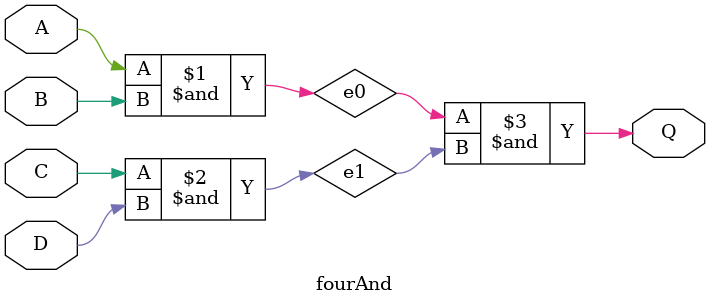
<source format=v>
module fourAnd(Q, A, B, C, D);
	input A; wire A;
	input B; wire B;
	input C; wire C;
	input D; wire D;
	output Q; wire Q;

and(e0, A, B);
and(e1, C, D);
and(Q, e0, e1);

endmodule
</source>
